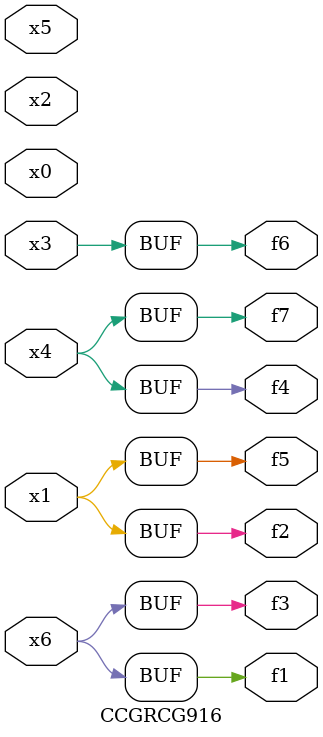
<source format=v>
module CCGRCG916(
	input x0, x1, x2, x3, x4, x5, x6,
	output f1, f2, f3, f4, f5, f6, f7
);
	assign f1 = x6;
	assign f2 = x1;
	assign f3 = x6;
	assign f4 = x4;
	assign f5 = x1;
	assign f6 = x3;
	assign f7 = x4;
endmodule

</source>
